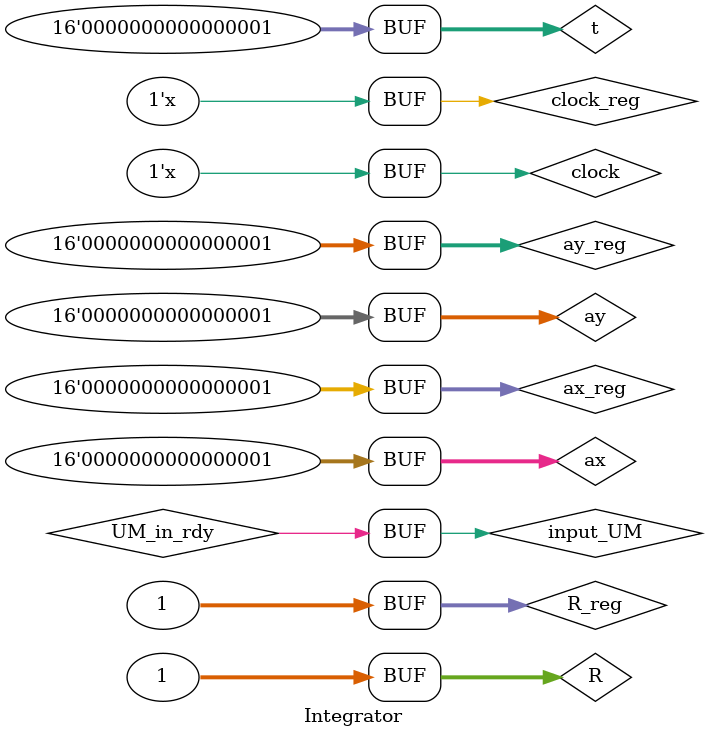
<source format=v>
`timescale 1ns / 1ps


module Integrator;

wire [15:0] x,y,vx,vy,ax,ay,t,x2,y2,vx2,vy2,UM_Vxin,UM_Vyin,CD_Vxin,CD_Vyin,CD_xin,CD_yin;
wire [15:0] xnew,ynew,vxnew,vynew; //confirm size of t
wire [31:0] R;
wire clock,UM_in_rdy,CD_in_rdy;			
wire UM_out_rdy;
wire CD_out_rdy;
wire trial;
wire [15:0] VS_Vxin,VS_Vyin,VS_Vxout,VS_Vyout;
wire VS_in_rdy;
wire VS_out_rdy;
reg [15:0] xnew_CD,ynew_CD,Vxnew_CD,Vynew_CD;
reg [15:0] Vxnew_UM,Vynew_UM;
reg [15:0] Vxnew_VS,Vynew_VS;
wire input_check;
wire output_check;
reg [15:0] ax_reg=1,ay_reg=1;
reg [31:0] R_reg=1;
reg [15:0] vx1_WT,vy1_WT,vx2_WT,vy2_WT,vx3_WT,vy3_WT;
wire [15:0] WT_vx1,WT_vy1,WT_vx2,WT_vy2,WT_vx3,WT_vy3;
 
reg clock_reg;
reg input_CD=1'b0;
reg input_UM=1'b0;
reg input_VS=1'b0;

reg output_check_reg=1'b0;

//To be deleted once all the bots are tied up
wire [15:0] UM_Vxin1,UM_Vyin1,xnew2,ynew2,vxnew2,vynew2;
reg  [15:0] xnew2_CD,ynew2_CD,Vxnew2_CD,Vynew2_CD;
wire [15:0] CD_Vxin2,CD_Vyin2,CD_xin2,CD_yin2;
wire UM_in_rdy2,UM_out_rdy2;
reg [15:0] Vxnew_UM2,Vynew_UM2;
reg input_UM2=1'b0;
assign UM_in_rdy2=input_UM2;
assign UM_Vxin1  =Vxnew_UM2;
assign UM_Vyin1 = Vynew_UM2;
assign CD_xin2=xnew2_CD;
assign CD_yin2=ynew2_CD;
assign CD_Vxin2=Vxnew2_CD;
assign CD_Vyin2=Vynew2_CD;
update_module UM21 (x2, y2, UM_Vxin1, UM_Vyin1, ax, ay ,t,clock, UM_in_rdy2,UM_out_rdy2,xnew2, ynew2, vxnew2, vynew2);
//Till here :)

update_module UM (x, y, UM_Vxin, UM_Vyin, ax, ay ,t,clock, UM_in_rdy,UM_out_rdy,xnew, ynew, vxnew, vynew);
Velocity_selector VS (VS_Vxin,VS_Vyin,clock,VS_in_rdy,VS_Vxout,VS_Vyout,VS_out_rdy);
coll_det CD(CD_xin,CD_yin,x2, y2, CD_Vxin, CD_Vyin, vx2, vy2, R, trial, clock, CD_in_rdy, CD_out_rdy);
read_test RT(x,y,vx,vy,x2,y2,vx2,vy2,input_check);
write_test WT(WT_vx1,WT_vy1,WT_vx2,WT_vy2,WT_vx3,WT_vy3,output_check) ;

 

assign R     = R_reg;
assign ax    = ax_reg;
assign ay    = ay_reg;
assign clock = clock_reg;
assign t = 1'b1;

assign CD_xin=xnew_CD;
assign CD_yin=ynew_CD;
assign CD_Vxin=Vxnew_CD;
assign CD_Vyin=Vynew_CD;

assign UM_Vxin=Vxnew_UM;
assign UM_Vyin=Vynew_UM;

assign VS_Vxin=Vxnew_VS;
assign VS_Vyin=Vynew_VS;

assign VS_in_rdy    = input_VS;
assign UM_in_rdy    = input_UM;
assign CD_in_rdy    = input_CD;

assign output_check  =  output_check_reg;
assign WT_vx1        =  vx1_WT;
assign WT_vy1        =  vy1_WT;
assign WT_vx2        =  vx2_WT;
assign WT_vx2        =  vy2_WT;
assign WT_vx3        =  vx3_WT;
assign WT_vy3        =  vy3_WT;

always @(posedge input_check)   //Make input_check high for writing into UM from file
begin
        input_UM = 1'b1;
        Vxnew_UM = vx;
        Vynew_UM = vy;
        //To be deleted later
        input_UM2 = 1'b1;
        Vxnew_UM2 = vx2;
        Vynew_UM2 = vy2;//Till here
end

always @(posedge UM_out_rdy)
begin
    input_CD = 1'b1;
    xnew_CD  = xnew;
    ynew_CD  = ynew;
    Vxnew_CD = vxnew;
    Vynew_CD = vynew;
    #10;
    input_UM = 1'b0;
end

always @(posedge UM_out_rdy)
begin
    xnew2_CD  = xnew2;
    ynew2_CD  = ynew2;
    Vxnew2_CD = vxnew2;
    Vynew2_CD = vynew2;
    #10;
    input_UM2 = 1'b0;
end

always @(posedge trial)   //Load only when collision exist
begin
    input_VS = 1'b1;
    Vxnew_VS = CD_Vxin;
    Vynew_VS = CD_Vyin;
end

always @(posedge CD_out_rdy)
begin   
    #10;
    input_CD = 1'b0;
end

always @(negedge trial)
begin
    output_check_reg=1'b1;
    vx1_WT=CD_Vxin;
    vy1_WT=CD_Vyin;
    #10;
    output_check_reg=1'b0;
end


always @(posedge VS_out_rdy)
begin
    input_UM = 1'b1;
    Vxnew_UM = VS_Vxout;
    Vynew_UM = VS_Vyout;
    #10;                     //Delay necessary to copy the outputs before deactivating the module
    input_VS = 1'b0;        //To turn the module of once output is ready(simillarly with the rest);
end

always
    #50 clock_reg=~clock_reg;

initial
    clock_reg=0;

endmodule

</source>
